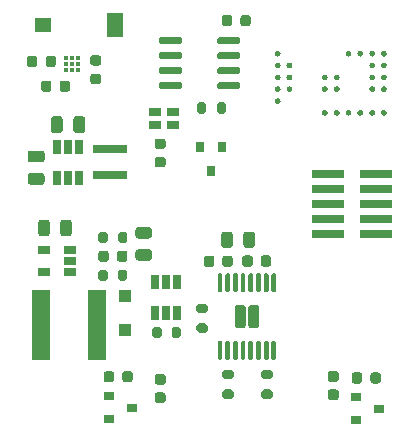
<source format=gbr>
%TF.GenerationSoftware,KiCad,Pcbnew,(5.1.6)-1*%
%TF.CreationDate,2021-10-06T19:04:01+02:00*%
%TF.ProjectId,DotBot,446f7442-6f74-42e6-9b69-6361645f7063,rev?*%
%TF.SameCoordinates,Original*%
%TF.FileFunction,Paste,Top*%
%TF.FilePolarity,Positive*%
%FSLAX46Y46*%
G04 Gerber Fmt 4.6, Leading zero omitted, Abs format (unit mm)*
G04 Created by KiCad (PCBNEW (5.1.6)-1) date 2021-10-06 19:04:01*
%MOMM*%
%LPD*%
G01*
G04 APERTURE LIST*
%ADD10R,2.790000X0.740000*%
%ADD11C,0.400000*%
%ADD12R,1.400000X2.000000*%
%ADD13R,1.400000X1.200000*%
%ADD14R,0.650000X1.220000*%
%ADD15R,2.900000X0.800000*%
%ADD16R,1.060000X0.650000*%
%ADD17R,1.600000X5.900000*%
%ADD18R,1.100000X1.100000*%
%ADD19R,1.000000X0.800000*%
%ADD20R,0.800000X0.900000*%
%ADD21R,0.900000X0.800000*%
G04 APERTURE END LIST*
D10*
%TO.C,J3*%
X106435000Y-64990000D03*
X102365000Y-64990000D03*
X106435000Y-63720000D03*
X102365000Y-63720000D03*
X106435000Y-62450000D03*
X102365000Y-62450000D03*
X106435000Y-61180000D03*
X102365000Y-61180000D03*
X106435000Y-59910000D03*
X102365000Y-59910000D03*
%TD*%
%TO.C,U5*%
G36*
G01*
X101838000Y-52746600D02*
X101838000Y-52746600D01*
G75*
G02*
X102092000Y-52492600I254000J0D01*
G01*
X102092000Y-52492600D01*
G75*
G02*
X102346000Y-52746600I0J-254000D01*
G01*
X102346000Y-52746600D01*
G75*
G02*
X102092000Y-53000600I-254000J0D01*
G01*
X102092000Y-53000600D01*
G75*
G02*
X101838000Y-52746600I0J254000D01*
G01*
G37*
G36*
G01*
X101838000Y-51756000D02*
X101838000Y-51756000D01*
G75*
G02*
X102092000Y-51502000I254000J0D01*
G01*
X102092000Y-51502000D01*
G75*
G02*
X102346000Y-51756000I0J-254000D01*
G01*
X102346000Y-51756000D01*
G75*
G02*
X102092000Y-52010000I-254000J0D01*
G01*
X102092000Y-52010000D01*
G75*
G02*
X101838000Y-51756000I0J254000D01*
G01*
G37*
G36*
G01*
X102854000Y-52746600D02*
X102854000Y-52746600D01*
G75*
G02*
X103108000Y-52492600I254000J0D01*
G01*
X103108000Y-52492600D01*
G75*
G02*
X103362000Y-52746600I0J-254000D01*
G01*
X103362000Y-52746600D01*
G75*
G02*
X103108000Y-53000600I-254000J0D01*
G01*
X103108000Y-53000600D01*
G75*
G02*
X102854000Y-52746600I0J254000D01*
G01*
G37*
G36*
G01*
X102854000Y-51756000D02*
X102854000Y-51756000D01*
G75*
G02*
X103108000Y-51502000I254000J0D01*
G01*
X103108000Y-51502000D01*
G75*
G02*
X103362000Y-51756000I0J-254000D01*
G01*
X103362000Y-51756000D01*
G75*
G02*
X103108000Y-52010000I-254000J0D01*
G01*
X103108000Y-52010000D01*
G75*
G02*
X102854000Y-51756000I0J254000D01*
G01*
G37*
G36*
G01*
X103844600Y-49749400D02*
X103844600Y-49749400D01*
G75*
G02*
X104098600Y-49495400I254000J0D01*
G01*
X104098600Y-49495400D01*
G75*
G02*
X104352600Y-49749400I0J-254000D01*
G01*
X104352600Y-49749400D01*
G75*
G02*
X104098600Y-50003400I-254000J0D01*
G01*
X104098600Y-50003400D01*
G75*
G02*
X103844600Y-49749400I0J254000D01*
G01*
G37*
G36*
G01*
X104835200Y-49749400D02*
X104835200Y-49749400D01*
G75*
G02*
X105089200Y-49495400I254000J0D01*
G01*
X105089200Y-49495400D01*
G75*
G02*
X105343200Y-49749400I0J-254000D01*
G01*
X105343200Y-49749400D01*
G75*
G02*
X105089200Y-50003400I-254000J0D01*
G01*
X105089200Y-50003400D01*
G75*
G02*
X104835200Y-49749400I0J254000D01*
G01*
G37*
G36*
G01*
X105851200Y-49749400D02*
X105851200Y-49749400D01*
G75*
G02*
X106105200Y-49495400I254000J0D01*
G01*
X106105200Y-49495400D01*
G75*
G02*
X106359200Y-49749400I0J-254000D01*
G01*
X106359200Y-49749400D01*
G75*
G02*
X106105200Y-50003400I-254000J0D01*
G01*
X106105200Y-50003400D01*
G75*
G02*
X105851200Y-49749400I0J254000D01*
G01*
G37*
G36*
G01*
X105851200Y-50740000D02*
X105851200Y-50740000D01*
G75*
G02*
X106105200Y-50486000I254000J0D01*
G01*
X106105200Y-50486000D01*
G75*
G02*
X106359200Y-50740000I0J-254000D01*
G01*
X106359200Y-50740000D01*
G75*
G02*
X106105200Y-50994000I-254000J0D01*
G01*
X106105200Y-50994000D01*
G75*
G02*
X105851200Y-50740000I0J254000D01*
G01*
G37*
G36*
G01*
X105851200Y-51756000D02*
X105851200Y-51756000D01*
G75*
G02*
X106105200Y-51502000I254000J0D01*
G01*
X106105200Y-51502000D01*
G75*
G02*
X106359200Y-51756000I0J-254000D01*
G01*
X106359200Y-51756000D01*
G75*
G02*
X106105200Y-52010000I-254000J0D01*
G01*
X106105200Y-52010000D01*
G75*
G02*
X105851200Y-51756000I0J254000D01*
G01*
G37*
G36*
G01*
X105851200Y-52746600D02*
X105851200Y-52746600D01*
G75*
G02*
X106105200Y-52492600I254000J0D01*
G01*
X106105200Y-52492600D01*
G75*
G02*
X106359200Y-52746600I0J-254000D01*
G01*
X106359200Y-52746600D01*
G75*
G02*
X106105200Y-53000600I-254000J0D01*
G01*
X106105200Y-53000600D01*
G75*
G02*
X105851200Y-52746600I0J254000D01*
G01*
G37*
G36*
G01*
X106841800Y-49749400D02*
X106841800Y-49749400D01*
G75*
G02*
X107095800Y-49495400I254000J0D01*
G01*
X107095800Y-49495400D01*
G75*
G02*
X107349800Y-49749400I0J-254000D01*
G01*
X107349800Y-49749400D01*
G75*
G02*
X107095800Y-50003400I-254000J0D01*
G01*
X107095800Y-50003400D01*
G75*
G02*
X106841800Y-49749400I0J254000D01*
G01*
G37*
G36*
G01*
X106841800Y-50740000D02*
X106841800Y-50740000D01*
G75*
G02*
X107095800Y-50486000I254000J0D01*
G01*
X107095800Y-50486000D01*
G75*
G02*
X107349800Y-50740000I0J-254000D01*
G01*
X107349800Y-50740000D01*
G75*
G02*
X107095800Y-50994000I-254000J0D01*
G01*
X107095800Y-50994000D01*
G75*
G02*
X106841800Y-50740000I0J254000D01*
G01*
G37*
G36*
G01*
X106841800Y-51756000D02*
X106841800Y-51756000D01*
G75*
G02*
X107095800Y-51502000I254000J0D01*
G01*
X107095800Y-51502000D01*
G75*
G02*
X107349800Y-51756000I0J-254000D01*
G01*
X107349800Y-51756000D01*
G75*
G02*
X107095800Y-52010000I-254000J0D01*
G01*
X107095800Y-52010000D01*
G75*
G02*
X106841800Y-51756000I0J254000D01*
G01*
G37*
G36*
G01*
X106841800Y-52746600D02*
X106841800Y-52746600D01*
G75*
G02*
X107095800Y-52492600I254000J0D01*
G01*
X107095800Y-52492600D01*
G75*
G02*
X107349800Y-52746600I0J-254000D01*
G01*
X107349800Y-52746600D01*
G75*
G02*
X107095800Y-53000600I-254000J0D01*
G01*
X107095800Y-53000600D01*
G75*
G02*
X106841800Y-52746600I0J254000D01*
G01*
G37*
G36*
G01*
X106841800Y-54753200D02*
X106841800Y-54753200D01*
G75*
G02*
X107095800Y-54499200I254000J0D01*
G01*
X107095800Y-54499200D01*
G75*
G02*
X107349800Y-54753200I0J-254000D01*
G01*
X107349800Y-54753200D01*
G75*
G02*
X107095800Y-55007200I-254000J0D01*
G01*
X107095800Y-55007200D01*
G75*
G02*
X106841800Y-54753200I0J254000D01*
G01*
G37*
G36*
G01*
X105851200Y-54753200D02*
X105851200Y-54753200D01*
G75*
G02*
X106105200Y-54499200I254000J0D01*
G01*
X106105200Y-54499200D01*
G75*
G02*
X106359200Y-54753200I0J-254000D01*
G01*
X106359200Y-54753200D01*
G75*
G02*
X106105200Y-55007200I-254000J0D01*
G01*
X106105200Y-55007200D01*
G75*
G02*
X105851200Y-54753200I0J254000D01*
G01*
G37*
G36*
G01*
X104835200Y-54753200D02*
X104835200Y-54753200D01*
G75*
G02*
X105089200Y-54499200I254000J0D01*
G01*
X105089200Y-54499200D01*
G75*
G02*
X105343200Y-54753200I0J-254000D01*
G01*
X105343200Y-54753200D01*
G75*
G02*
X105089200Y-55007200I-254000J0D01*
G01*
X105089200Y-55007200D01*
G75*
G02*
X104835200Y-54753200I0J254000D01*
G01*
G37*
G36*
G01*
X103844600Y-54753200D02*
X103844600Y-54753200D01*
G75*
G02*
X104098600Y-54499200I254000J0D01*
G01*
X104098600Y-54499200D01*
G75*
G02*
X104352600Y-54753200I0J-254000D01*
G01*
X104352600Y-54753200D01*
G75*
G02*
X104098600Y-55007200I-254000J0D01*
G01*
X104098600Y-55007200D01*
G75*
G02*
X103844600Y-54753200I0J254000D01*
G01*
G37*
G36*
G01*
X102854000Y-54753200D02*
X102854000Y-54753200D01*
G75*
G02*
X103108000Y-54499200I254000J0D01*
G01*
X103108000Y-54499200D01*
G75*
G02*
X103362000Y-54753200I0J-254000D01*
G01*
X103362000Y-54753200D01*
G75*
G02*
X103108000Y-55007200I-254000J0D01*
G01*
X103108000Y-55007200D01*
G75*
G02*
X102854000Y-54753200I0J254000D01*
G01*
G37*
G36*
G01*
X101838000Y-54753200D02*
X101838000Y-54753200D01*
G75*
G02*
X102092000Y-54499200I254000J0D01*
G01*
X102092000Y-54499200D01*
G75*
G02*
X102346000Y-54753200I0J-254000D01*
G01*
X102346000Y-54753200D01*
G75*
G02*
X102092000Y-55007200I-254000J0D01*
G01*
X102092000Y-55007200D01*
G75*
G02*
X101838000Y-54753200I0J254000D01*
G01*
G37*
G36*
G01*
X98840800Y-52746600D02*
X98840800Y-52746600D01*
G75*
G02*
X99094800Y-52492600I254000J0D01*
G01*
X99094800Y-52492600D01*
G75*
G02*
X99348800Y-52746600I0J-254000D01*
G01*
X99348800Y-52746600D01*
G75*
G02*
X99094800Y-53000600I-254000J0D01*
G01*
X99094800Y-53000600D01*
G75*
G02*
X98840800Y-52746600I0J254000D01*
G01*
G37*
G36*
G01*
X98840800Y-51756000D02*
X98840800Y-51756000D01*
G75*
G02*
X99094800Y-51502000I254000J0D01*
G01*
X99094800Y-51502000D01*
G75*
G02*
X99348800Y-51756000I0J-254000D01*
G01*
X99348800Y-51756000D01*
G75*
G02*
X99094800Y-52010000I-254000J0D01*
G01*
X99094800Y-52010000D01*
G75*
G02*
X98840800Y-51756000I0J254000D01*
G01*
G37*
G36*
G01*
X98840800Y-50740000D02*
X98840800Y-50740000D01*
G75*
G02*
X99094800Y-50486000I254000J0D01*
G01*
X99094800Y-50486000D01*
G75*
G02*
X99348800Y-50740000I0J-254000D01*
G01*
X99348800Y-50740000D01*
G75*
G02*
X99094800Y-50994000I-254000J0D01*
G01*
X99094800Y-50994000D01*
G75*
G02*
X98840800Y-50740000I0J254000D01*
G01*
G37*
G36*
G01*
X97850200Y-53762600D02*
X97850200Y-53762600D01*
G75*
G02*
X98104200Y-53508600I254000J0D01*
G01*
X98104200Y-53508600D01*
G75*
G02*
X98358200Y-53762600I0J-254000D01*
G01*
X98358200Y-53762600D01*
G75*
G02*
X98104200Y-54016600I-254000J0D01*
G01*
X98104200Y-54016600D01*
G75*
G02*
X97850200Y-53762600I0J254000D01*
G01*
G37*
G36*
G01*
X97850200Y-52746600D02*
X97850200Y-52746600D01*
G75*
G02*
X98104200Y-52492600I254000J0D01*
G01*
X98104200Y-52492600D01*
G75*
G02*
X98358200Y-52746600I0J-254000D01*
G01*
X98358200Y-52746600D01*
G75*
G02*
X98104200Y-53000600I-254000J0D01*
G01*
X98104200Y-53000600D01*
G75*
G02*
X97850200Y-52746600I0J254000D01*
G01*
G37*
G36*
G01*
X97850200Y-51756000D02*
X97850200Y-51756000D01*
G75*
G02*
X98104200Y-51502000I254000J0D01*
G01*
X98104200Y-51502000D01*
G75*
G02*
X98358200Y-51756000I0J-254000D01*
G01*
X98358200Y-51756000D01*
G75*
G02*
X98104200Y-52010000I-254000J0D01*
G01*
X98104200Y-52010000D01*
G75*
G02*
X97850200Y-51756000I0J254000D01*
G01*
G37*
G36*
G01*
X97850200Y-50740000D02*
X97850200Y-50740000D01*
G75*
G02*
X98104200Y-50486000I254000J0D01*
G01*
X98104200Y-50486000D01*
G75*
G02*
X98358200Y-50740000I0J-254000D01*
G01*
X98358200Y-50740000D01*
G75*
G02*
X98104200Y-50994000I-254000J0D01*
G01*
X98104200Y-50994000D01*
G75*
G02*
X97850200Y-50740000I0J254000D01*
G01*
G37*
G36*
G01*
X97850200Y-49749400D02*
X97850200Y-49749400D01*
G75*
G02*
X98104200Y-49495400I254000J0D01*
G01*
X98104200Y-49495400D01*
G75*
G02*
X98358200Y-49749400I0J-254000D01*
G01*
X98358200Y-49749400D01*
G75*
G02*
X98104200Y-50003400I-254000J0D01*
G01*
X98104200Y-50003400D01*
G75*
G02*
X97850200Y-49749400I0J254000D01*
G01*
G37*
%TD*%
D11*
%TO.C,U4*%
X81212000Y-51120000D03*
X80712000Y-51120000D03*
X80212000Y-51120000D03*
X80212000Y-50620000D03*
X81212000Y-50620000D03*
X81212000Y-50120000D03*
X80212000Y-50120000D03*
X80712000Y-50120000D03*
X80712000Y-50620000D03*
%TD*%
D12*
%TO.C,D1*%
X84300000Y-47300000D03*
D13*
X78200000Y-47300000D03*
%TD*%
D14*
%TO.C,U6*%
X81300000Y-60260000D03*
X80350000Y-60260000D03*
X79400000Y-60260000D03*
X79400000Y-57640000D03*
X80350000Y-57640000D03*
X81300000Y-57640000D03*
%TD*%
%TO.C,R8*%
G36*
G01*
X89125000Y-73625000D02*
X89125000Y-73075000D01*
G75*
G02*
X89325000Y-72875000I200000J0D01*
G01*
X89725000Y-72875000D01*
G75*
G02*
X89925000Y-73075000I0J-200000D01*
G01*
X89925000Y-73625000D01*
G75*
G02*
X89725000Y-73825000I-200000J0D01*
G01*
X89325000Y-73825000D01*
G75*
G02*
X89125000Y-73625000I0J200000D01*
G01*
G37*
G36*
G01*
X87475000Y-73625000D02*
X87475000Y-73075000D01*
G75*
G02*
X87675000Y-72875000I200000J0D01*
G01*
X88075000Y-72875000D01*
G75*
G02*
X88275000Y-73075000I0J-200000D01*
G01*
X88275000Y-73625000D01*
G75*
G02*
X88075000Y-73825000I-200000J0D01*
G01*
X87675000Y-73825000D01*
G75*
G02*
X87475000Y-73625000I0J200000D01*
G01*
G37*
%TD*%
%TO.C,Q1*%
X89600000Y-71710000D03*
X88650000Y-71710000D03*
X87700000Y-71710000D03*
X87700000Y-69090000D03*
X88650000Y-69090000D03*
X89600000Y-69090000D03*
%TD*%
D15*
%TO.C,L2*%
X83900000Y-57850000D03*
X83900000Y-60050000D03*
%TD*%
%TO.C,C16*%
G36*
G01*
X103050000Y-77525000D02*
X102550000Y-77525000D01*
G75*
G02*
X102325000Y-77300000I0J225000D01*
G01*
X102325000Y-76850000D01*
G75*
G02*
X102550000Y-76625000I225000J0D01*
G01*
X103050000Y-76625000D01*
G75*
G02*
X103275000Y-76850000I0J-225000D01*
G01*
X103275000Y-77300000D01*
G75*
G02*
X103050000Y-77525000I-225000J0D01*
G01*
G37*
G36*
G01*
X103050000Y-79075000D02*
X102550000Y-79075000D01*
G75*
G02*
X102325000Y-78850000I0J225000D01*
G01*
X102325000Y-78400000D01*
G75*
G02*
X102550000Y-78175000I225000J0D01*
G01*
X103050000Y-78175000D01*
G75*
G02*
X103275000Y-78400000I0J-225000D01*
G01*
X103275000Y-78850000D01*
G75*
G02*
X103050000Y-79075000I-225000J0D01*
G01*
G37*
%TD*%
%TO.C,C15*%
G36*
G01*
X88400000Y-77775000D02*
X87900000Y-77775000D01*
G75*
G02*
X87675000Y-77550000I0J225000D01*
G01*
X87675000Y-77100000D01*
G75*
G02*
X87900000Y-76875000I225000J0D01*
G01*
X88400000Y-76875000D01*
G75*
G02*
X88625000Y-77100000I0J-225000D01*
G01*
X88625000Y-77550000D01*
G75*
G02*
X88400000Y-77775000I-225000J0D01*
G01*
G37*
G36*
G01*
X88400000Y-79325000D02*
X87900000Y-79325000D01*
G75*
G02*
X87675000Y-79100000I0J225000D01*
G01*
X87675000Y-78650000D01*
G75*
G02*
X87900000Y-78425000I225000J0D01*
G01*
X88400000Y-78425000D01*
G75*
G02*
X88625000Y-78650000I0J-225000D01*
G01*
X88625000Y-79100000D01*
G75*
G02*
X88400000Y-79325000I-225000J0D01*
G01*
G37*
%TD*%
%TO.C,C12*%
G36*
G01*
X78125000Y-58950000D02*
X77175000Y-58950000D01*
G75*
G02*
X76925000Y-58700000I0J250000D01*
G01*
X76925000Y-58200000D01*
G75*
G02*
X77175000Y-57950000I250000J0D01*
G01*
X78125000Y-57950000D01*
G75*
G02*
X78375000Y-58200000I0J-250000D01*
G01*
X78375000Y-58700000D01*
G75*
G02*
X78125000Y-58950000I-250000J0D01*
G01*
G37*
G36*
G01*
X78125000Y-60850000D02*
X77175000Y-60850000D01*
G75*
G02*
X76925000Y-60600000I0J250000D01*
G01*
X76925000Y-60100000D01*
G75*
G02*
X77175000Y-59850000I250000J0D01*
G01*
X78125000Y-59850000D01*
G75*
G02*
X78375000Y-60100000I0J-250000D01*
G01*
X78375000Y-60600000D01*
G75*
G02*
X78125000Y-60850000I-250000J0D01*
G01*
G37*
%TD*%
%TO.C,C11*%
G36*
G01*
X80800000Y-56225000D02*
X80800000Y-55275000D01*
G75*
G02*
X81050000Y-55025000I250000J0D01*
G01*
X81550000Y-55025000D01*
G75*
G02*
X81800000Y-55275000I0J-250000D01*
G01*
X81800000Y-56225000D01*
G75*
G02*
X81550000Y-56475000I-250000J0D01*
G01*
X81050000Y-56475000D01*
G75*
G02*
X80800000Y-56225000I0J250000D01*
G01*
G37*
G36*
G01*
X78900000Y-56225000D02*
X78900000Y-55275000D01*
G75*
G02*
X79150000Y-55025000I250000J0D01*
G01*
X79650000Y-55025000D01*
G75*
G02*
X79900000Y-55275000I0J-250000D01*
G01*
X79900000Y-56225000D01*
G75*
G02*
X79650000Y-56475000I-250000J0D01*
G01*
X79150000Y-56475000D01*
G75*
G02*
X78900000Y-56225000I0J250000D01*
G01*
G37*
%TD*%
%TO.C,R2*%
G36*
G01*
X79650000Y-52756250D02*
X79650000Y-52243750D01*
G75*
G02*
X79868750Y-52025000I218750J0D01*
G01*
X80306250Y-52025000D01*
G75*
G02*
X80525000Y-52243750I0J-218750D01*
G01*
X80525000Y-52756250D01*
G75*
G02*
X80306250Y-52975000I-218750J0D01*
G01*
X79868750Y-52975000D01*
G75*
G02*
X79650000Y-52756250I0J218750D01*
G01*
G37*
G36*
G01*
X78075000Y-52756250D02*
X78075000Y-52243750D01*
G75*
G02*
X78293750Y-52025000I218750J0D01*
G01*
X78731250Y-52025000D01*
G75*
G02*
X78950000Y-52243750I0J-218750D01*
G01*
X78950000Y-52756250D01*
G75*
G02*
X78731250Y-52975000I-218750J0D01*
G01*
X78293750Y-52975000D01*
G75*
G02*
X78075000Y-52756250I0J218750D01*
G01*
G37*
%TD*%
%TO.C,C2*%
G36*
G01*
X78450000Y-50656250D02*
X78450000Y-50143750D01*
G75*
G02*
X78668750Y-49925000I218750J0D01*
G01*
X79106250Y-49925000D01*
G75*
G02*
X79325000Y-50143750I0J-218750D01*
G01*
X79325000Y-50656250D01*
G75*
G02*
X79106250Y-50875000I-218750J0D01*
G01*
X78668750Y-50875000D01*
G75*
G02*
X78450000Y-50656250I0J218750D01*
G01*
G37*
G36*
G01*
X76875000Y-50656250D02*
X76875000Y-50143750D01*
G75*
G02*
X77093750Y-49925000I218750J0D01*
G01*
X77531250Y-49925000D01*
G75*
G02*
X77750000Y-50143750I0J-218750D01*
G01*
X77750000Y-50656250D01*
G75*
G02*
X77531250Y-50875000I-218750J0D01*
G01*
X77093750Y-50875000D01*
G75*
G02*
X76875000Y-50656250I0J218750D01*
G01*
G37*
%TD*%
%TO.C,C1*%
G36*
G01*
X82443750Y-51450000D02*
X82956250Y-51450000D01*
G75*
G02*
X83175000Y-51668750I0J-218750D01*
G01*
X83175000Y-52106250D01*
G75*
G02*
X82956250Y-52325000I-218750J0D01*
G01*
X82443750Y-52325000D01*
G75*
G02*
X82225000Y-52106250I0J218750D01*
G01*
X82225000Y-51668750D01*
G75*
G02*
X82443750Y-51450000I218750J0D01*
G01*
G37*
G36*
G01*
X82443750Y-49875000D02*
X82956250Y-49875000D01*
G75*
G02*
X83175000Y-50093750I0J-218750D01*
G01*
X83175000Y-50531250D01*
G75*
G02*
X82956250Y-50750000I-218750J0D01*
G01*
X82443750Y-50750000D01*
G75*
G02*
X82225000Y-50531250I0J218750D01*
G01*
X82225000Y-50093750D01*
G75*
G02*
X82443750Y-49875000I218750J0D01*
G01*
G37*
%TD*%
%TO.C,C14*%
G36*
G01*
X87206250Y-65400000D02*
X86293750Y-65400000D01*
G75*
G02*
X86050000Y-65156250I0J243750D01*
G01*
X86050000Y-64668750D01*
G75*
G02*
X86293750Y-64425000I243750J0D01*
G01*
X87206250Y-64425000D01*
G75*
G02*
X87450000Y-64668750I0J-243750D01*
G01*
X87450000Y-65156250D01*
G75*
G02*
X87206250Y-65400000I-243750J0D01*
G01*
G37*
G36*
G01*
X87206250Y-67275000D02*
X86293750Y-67275000D01*
G75*
G02*
X86050000Y-67031250I0J243750D01*
G01*
X86050000Y-66543750D01*
G75*
G02*
X86293750Y-66300000I243750J0D01*
G01*
X87206250Y-66300000D01*
G75*
G02*
X87450000Y-66543750I0J-243750D01*
G01*
X87450000Y-67031250D01*
G75*
G02*
X87206250Y-67275000I-243750J0D01*
G01*
G37*
%TD*%
%TO.C,C10*%
G36*
G01*
X79700000Y-64956250D02*
X79700000Y-64043750D01*
G75*
G02*
X79943750Y-63800000I243750J0D01*
G01*
X80431250Y-63800000D01*
G75*
G02*
X80675000Y-64043750I0J-243750D01*
G01*
X80675000Y-64956250D01*
G75*
G02*
X80431250Y-65200000I-243750J0D01*
G01*
X79943750Y-65200000D01*
G75*
G02*
X79700000Y-64956250I0J243750D01*
G01*
G37*
G36*
G01*
X77825000Y-64956250D02*
X77825000Y-64043750D01*
G75*
G02*
X78068750Y-63800000I243750J0D01*
G01*
X78556250Y-63800000D01*
G75*
G02*
X78800000Y-64043750I0J-243750D01*
G01*
X78800000Y-64956250D01*
G75*
G02*
X78556250Y-65200000I-243750J0D01*
G01*
X78068750Y-65200000D01*
G75*
G02*
X77825000Y-64956250I0J243750D01*
G01*
G37*
%TD*%
%TO.C,C5*%
G36*
G01*
X94300000Y-65043750D02*
X94300000Y-65956250D01*
G75*
G02*
X94056250Y-66200000I-243750J0D01*
G01*
X93568750Y-66200000D01*
G75*
G02*
X93325000Y-65956250I0J243750D01*
G01*
X93325000Y-65043750D01*
G75*
G02*
X93568750Y-64800000I243750J0D01*
G01*
X94056250Y-64800000D01*
G75*
G02*
X94300000Y-65043750I0J-243750D01*
G01*
G37*
G36*
G01*
X96175000Y-65043750D02*
X96175000Y-65956250D01*
G75*
G02*
X95931250Y-66200000I-243750J0D01*
G01*
X95443750Y-66200000D01*
G75*
G02*
X95200000Y-65956250I0J243750D01*
G01*
X95200000Y-65043750D01*
G75*
G02*
X95443750Y-64800000I243750J0D01*
G01*
X95931250Y-64800000D01*
G75*
G02*
X96175000Y-65043750I0J-243750D01*
G01*
G37*
%TD*%
D16*
%TO.C,U8*%
X78350000Y-68250000D03*
X78350000Y-66350000D03*
X80550000Y-66350000D03*
X80550000Y-67300000D03*
X80550000Y-68250000D03*
%TD*%
%TO.C,U7*%
G36*
G01*
X88050000Y-48795000D02*
X88050000Y-48495000D01*
G75*
G02*
X88200000Y-48345000I150000J0D01*
G01*
X89850000Y-48345000D01*
G75*
G02*
X90000000Y-48495000I0J-150000D01*
G01*
X90000000Y-48795000D01*
G75*
G02*
X89850000Y-48945000I-150000J0D01*
G01*
X88200000Y-48945000D01*
G75*
G02*
X88050000Y-48795000I0J150000D01*
G01*
G37*
G36*
G01*
X88050000Y-50065000D02*
X88050000Y-49765000D01*
G75*
G02*
X88200000Y-49615000I150000J0D01*
G01*
X89850000Y-49615000D01*
G75*
G02*
X90000000Y-49765000I0J-150000D01*
G01*
X90000000Y-50065000D01*
G75*
G02*
X89850000Y-50215000I-150000J0D01*
G01*
X88200000Y-50215000D01*
G75*
G02*
X88050000Y-50065000I0J150000D01*
G01*
G37*
G36*
G01*
X88050000Y-51335000D02*
X88050000Y-51035000D01*
G75*
G02*
X88200000Y-50885000I150000J0D01*
G01*
X89850000Y-50885000D01*
G75*
G02*
X90000000Y-51035000I0J-150000D01*
G01*
X90000000Y-51335000D01*
G75*
G02*
X89850000Y-51485000I-150000J0D01*
G01*
X88200000Y-51485000D01*
G75*
G02*
X88050000Y-51335000I0J150000D01*
G01*
G37*
G36*
G01*
X88050000Y-52605000D02*
X88050000Y-52305000D01*
G75*
G02*
X88200000Y-52155000I150000J0D01*
G01*
X89850000Y-52155000D01*
G75*
G02*
X90000000Y-52305000I0J-150000D01*
G01*
X90000000Y-52605000D01*
G75*
G02*
X89850000Y-52755000I-150000J0D01*
G01*
X88200000Y-52755000D01*
G75*
G02*
X88050000Y-52605000I0J150000D01*
G01*
G37*
G36*
G01*
X93000000Y-52605000D02*
X93000000Y-52305000D01*
G75*
G02*
X93150000Y-52155000I150000J0D01*
G01*
X94800000Y-52155000D01*
G75*
G02*
X94950000Y-52305000I0J-150000D01*
G01*
X94950000Y-52605000D01*
G75*
G02*
X94800000Y-52755000I-150000J0D01*
G01*
X93150000Y-52755000D01*
G75*
G02*
X93000000Y-52605000I0J150000D01*
G01*
G37*
G36*
G01*
X93000000Y-51335000D02*
X93000000Y-51035000D01*
G75*
G02*
X93150000Y-50885000I150000J0D01*
G01*
X94800000Y-50885000D01*
G75*
G02*
X94950000Y-51035000I0J-150000D01*
G01*
X94950000Y-51335000D01*
G75*
G02*
X94800000Y-51485000I-150000J0D01*
G01*
X93150000Y-51485000D01*
G75*
G02*
X93000000Y-51335000I0J150000D01*
G01*
G37*
G36*
G01*
X93000000Y-50065000D02*
X93000000Y-49765000D01*
G75*
G02*
X93150000Y-49615000I150000J0D01*
G01*
X94800000Y-49615000D01*
G75*
G02*
X94950000Y-49765000I0J-150000D01*
G01*
X94950000Y-50065000D01*
G75*
G02*
X94800000Y-50215000I-150000J0D01*
G01*
X93150000Y-50215000D01*
G75*
G02*
X93000000Y-50065000I0J150000D01*
G01*
G37*
G36*
G01*
X93000000Y-48795000D02*
X93000000Y-48495000D01*
G75*
G02*
X93150000Y-48345000I150000J0D01*
G01*
X94800000Y-48345000D01*
G75*
G02*
X94950000Y-48495000I0J-150000D01*
G01*
X94950000Y-48795000D01*
G75*
G02*
X94800000Y-48945000I-150000J0D01*
G01*
X93150000Y-48945000D01*
G75*
G02*
X93000000Y-48795000I0J150000D01*
G01*
G37*
%TD*%
D17*
%TO.C,L1*%
X82800000Y-72700000D03*
X78100000Y-72700000D03*
%TD*%
D18*
%TO.C,D3*%
X85150000Y-73100000D03*
X85150000Y-70300000D03*
%TD*%
D19*
%TO.C,D2*%
X89250000Y-54700000D03*
X87750000Y-54700000D03*
X87750000Y-55800000D03*
X89250000Y-55800000D03*
%TD*%
%TO.C,C13*%
G36*
G01*
X83800000Y-66643750D02*
X83800000Y-67156250D01*
G75*
G02*
X83581250Y-67375000I-218750J0D01*
G01*
X83143750Y-67375000D01*
G75*
G02*
X82925000Y-67156250I0J218750D01*
G01*
X82925000Y-66643750D01*
G75*
G02*
X83143750Y-66425000I218750J0D01*
G01*
X83581250Y-66425000D01*
G75*
G02*
X83800000Y-66643750I0J-218750D01*
G01*
G37*
G36*
G01*
X85375000Y-66643750D02*
X85375000Y-67156250D01*
G75*
G02*
X85156250Y-67375000I-218750J0D01*
G01*
X84718750Y-67375000D01*
G75*
G02*
X84500000Y-67156250I0J218750D01*
G01*
X84500000Y-66643750D01*
G75*
G02*
X84718750Y-66425000I218750J0D01*
G01*
X85156250Y-66425000D01*
G75*
G02*
X85375000Y-66643750I0J-218750D01*
G01*
G37*
%TD*%
%TO.C,C9*%
G36*
G01*
X87893750Y-58500000D02*
X88406250Y-58500000D01*
G75*
G02*
X88625000Y-58718750I0J-218750D01*
G01*
X88625000Y-59156250D01*
G75*
G02*
X88406250Y-59375000I-218750J0D01*
G01*
X87893750Y-59375000D01*
G75*
G02*
X87675000Y-59156250I0J218750D01*
G01*
X87675000Y-58718750D01*
G75*
G02*
X87893750Y-58500000I218750J0D01*
G01*
G37*
G36*
G01*
X87893750Y-56925000D02*
X88406250Y-56925000D01*
G75*
G02*
X88625000Y-57143750I0J-218750D01*
G01*
X88625000Y-57581250D01*
G75*
G02*
X88406250Y-57800000I-218750J0D01*
G01*
X87893750Y-57800000D01*
G75*
G02*
X87675000Y-57581250I0J218750D01*
G01*
X87675000Y-57143750D01*
G75*
G02*
X87893750Y-56925000I218750J0D01*
G01*
G37*
%TD*%
%TO.C,C8*%
G36*
G01*
X94250000Y-46693750D02*
X94250000Y-47206250D01*
G75*
G02*
X94031250Y-47425000I-218750J0D01*
G01*
X93593750Y-47425000D01*
G75*
G02*
X93375000Y-47206250I0J218750D01*
G01*
X93375000Y-46693750D01*
G75*
G02*
X93593750Y-46475000I218750J0D01*
G01*
X94031250Y-46475000D01*
G75*
G02*
X94250000Y-46693750I0J-218750D01*
G01*
G37*
G36*
G01*
X95825000Y-46693750D02*
X95825000Y-47206250D01*
G75*
G02*
X95606250Y-47425000I-218750J0D01*
G01*
X95168750Y-47425000D01*
G75*
G02*
X94950000Y-47206250I0J218750D01*
G01*
X94950000Y-46693750D01*
G75*
G02*
X95168750Y-46475000I218750J0D01*
G01*
X95606250Y-46475000D01*
G75*
G02*
X95825000Y-46693750I0J-218750D01*
G01*
G37*
%TD*%
%TO.C,C4*%
G36*
G01*
X105950000Y-77456250D02*
X105950000Y-76943750D01*
G75*
G02*
X106168750Y-76725000I218750J0D01*
G01*
X106606250Y-76725000D01*
G75*
G02*
X106825000Y-76943750I0J-218750D01*
G01*
X106825000Y-77456250D01*
G75*
G02*
X106606250Y-77675000I-218750J0D01*
G01*
X106168750Y-77675000D01*
G75*
G02*
X105950000Y-77456250I0J218750D01*
G01*
G37*
G36*
G01*
X104375000Y-77456250D02*
X104375000Y-76943750D01*
G75*
G02*
X104593750Y-76725000I218750J0D01*
G01*
X105031250Y-76725000D01*
G75*
G02*
X105250000Y-76943750I0J-218750D01*
G01*
X105250000Y-77456250D01*
G75*
G02*
X105031250Y-77675000I-218750J0D01*
G01*
X104593750Y-77675000D01*
G75*
G02*
X104375000Y-77456250I0J218750D01*
G01*
G37*
%TD*%
%TO.C,C3*%
G36*
G01*
X84950000Y-77356250D02*
X84950000Y-76843750D01*
G75*
G02*
X85168750Y-76625000I218750J0D01*
G01*
X85606250Y-76625000D01*
G75*
G02*
X85825000Y-76843750I0J-218750D01*
G01*
X85825000Y-77356250D01*
G75*
G02*
X85606250Y-77575000I-218750J0D01*
G01*
X85168750Y-77575000D01*
G75*
G02*
X84950000Y-77356250I0J218750D01*
G01*
G37*
G36*
G01*
X83375000Y-77356250D02*
X83375000Y-76843750D01*
G75*
G02*
X83593750Y-76625000I218750J0D01*
G01*
X84031250Y-76625000D01*
G75*
G02*
X84250000Y-76843750I0J-218750D01*
G01*
X84250000Y-77356250D01*
G75*
G02*
X84031250Y-77575000I-218750J0D01*
G01*
X83593750Y-77575000D01*
G75*
G02*
X83375000Y-77356250I0J218750D01*
G01*
G37*
%TD*%
%TO.C,C7*%
G36*
G01*
X95100000Y-67550000D02*
X95100000Y-67050000D01*
G75*
G02*
X95325000Y-66825000I225000J0D01*
G01*
X95775000Y-66825000D01*
G75*
G02*
X96000000Y-67050000I0J-225000D01*
G01*
X96000000Y-67550000D01*
G75*
G02*
X95775000Y-67775000I-225000J0D01*
G01*
X95325000Y-67775000D01*
G75*
G02*
X95100000Y-67550000I0J225000D01*
G01*
G37*
G36*
G01*
X96650000Y-67550000D02*
X96650000Y-67050000D01*
G75*
G02*
X96875000Y-66825000I225000J0D01*
G01*
X97325000Y-66825000D01*
G75*
G02*
X97550000Y-67050000I0J-225000D01*
G01*
X97550000Y-67550000D01*
G75*
G02*
X97325000Y-67775000I-225000J0D01*
G01*
X96875000Y-67775000D01*
G75*
G02*
X96650000Y-67550000I0J225000D01*
G01*
G37*
%TD*%
%TO.C,C6*%
G36*
G01*
X92750000Y-67075000D02*
X92750000Y-67575000D01*
G75*
G02*
X92525000Y-67800000I-225000J0D01*
G01*
X92075000Y-67800000D01*
G75*
G02*
X91850000Y-67575000I0J225000D01*
G01*
X91850000Y-67075000D01*
G75*
G02*
X92075000Y-66850000I225000J0D01*
G01*
X92525000Y-66850000D01*
G75*
G02*
X92750000Y-67075000I0J-225000D01*
G01*
G37*
G36*
G01*
X94300000Y-67075000D02*
X94300000Y-67575000D01*
G75*
G02*
X94075000Y-67800000I-225000J0D01*
G01*
X93625000Y-67800000D01*
G75*
G02*
X93400000Y-67575000I0J225000D01*
G01*
X93400000Y-67075000D01*
G75*
G02*
X93625000Y-66850000I225000J0D01*
G01*
X94075000Y-66850000D01*
G75*
G02*
X94300000Y-67075000I0J-225000D01*
G01*
G37*
%TD*%
D20*
%TO.C,Q4*%
X93400000Y-57650000D03*
X91500000Y-57650000D03*
X92450000Y-59650000D03*
%TD*%
%TO.C,R1*%
G36*
G01*
X91975000Y-71725000D02*
X91425000Y-71725000D01*
G75*
G02*
X91225000Y-71525000I0J200000D01*
G01*
X91225000Y-71125000D01*
G75*
G02*
X91425000Y-70925000I200000J0D01*
G01*
X91975000Y-70925000D01*
G75*
G02*
X92175000Y-71125000I0J-200000D01*
G01*
X92175000Y-71525000D01*
G75*
G02*
X91975000Y-71725000I-200000J0D01*
G01*
G37*
G36*
G01*
X91975000Y-73375000D02*
X91425000Y-73375000D01*
G75*
G02*
X91225000Y-73175000I0J200000D01*
G01*
X91225000Y-72775000D01*
G75*
G02*
X91425000Y-72575000I200000J0D01*
G01*
X91975000Y-72575000D01*
G75*
G02*
X92175000Y-72775000I0J-200000D01*
G01*
X92175000Y-73175000D01*
G75*
G02*
X91975000Y-73375000I-200000J0D01*
G01*
G37*
%TD*%
%TO.C,R3*%
G36*
G01*
X97475000Y-78975000D02*
X96925000Y-78975000D01*
G75*
G02*
X96725000Y-78775000I0J200000D01*
G01*
X96725000Y-78375000D01*
G75*
G02*
X96925000Y-78175000I200000J0D01*
G01*
X97475000Y-78175000D01*
G75*
G02*
X97675000Y-78375000I0J-200000D01*
G01*
X97675000Y-78775000D01*
G75*
G02*
X97475000Y-78975000I-200000J0D01*
G01*
G37*
G36*
G01*
X97475000Y-77325000D02*
X96925000Y-77325000D01*
G75*
G02*
X96725000Y-77125000I0J200000D01*
G01*
X96725000Y-76725000D01*
G75*
G02*
X96925000Y-76525000I200000J0D01*
G01*
X97475000Y-76525000D01*
G75*
G02*
X97675000Y-76725000I0J-200000D01*
G01*
X97675000Y-77125000D01*
G75*
G02*
X97475000Y-77325000I-200000J0D01*
G01*
G37*
%TD*%
%TO.C,R4*%
G36*
G01*
X94175000Y-77325000D02*
X93625000Y-77325000D01*
G75*
G02*
X93425000Y-77125000I0J200000D01*
G01*
X93425000Y-76725000D01*
G75*
G02*
X93625000Y-76525000I200000J0D01*
G01*
X94175000Y-76525000D01*
G75*
G02*
X94375000Y-76725000I0J-200000D01*
G01*
X94375000Y-77125000D01*
G75*
G02*
X94175000Y-77325000I-200000J0D01*
G01*
G37*
G36*
G01*
X94175000Y-78975000D02*
X93625000Y-78975000D01*
G75*
G02*
X93425000Y-78775000I0J200000D01*
G01*
X93425000Y-78375000D01*
G75*
G02*
X93625000Y-78175000I200000J0D01*
G01*
X94175000Y-78175000D01*
G75*
G02*
X94375000Y-78375000I0J-200000D01*
G01*
X94375000Y-78775000D01*
G75*
G02*
X94175000Y-78975000I-200000J0D01*
G01*
G37*
%TD*%
%TO.C,R5*%
G36*
G01*
X91275000Y-54625000D02*
X91275000Y-54075000D01*
G75*
G02*
X91475000Y-53875000I200000J0D01*
G01*
X91875000Y-53875000D01*
G75*
G02*
X92075000Y-54075000I0J-200000D01*
G01*
X92075000Y-54625000D01*
G75*
G02*
X91875000Y-54825000I-200000J0D01*
G01*
X91475000Y-54825000D01*
G75*
G02*
X91275000Y-54625000I0J200000D01*
G01*
G37*
G36*
G01*
X92925000Y-54625000D02*
X92925000Y-54075000D01*
G75*
G02*
X93125000Y-53875000I200000J0D01*
G01*
X93525000Y-53875000D01*
G75*
G02*
X93725000Y-54075000I0J-200000D01*
G01*
X93725000Y-54625000D01*
G75*
G02*
X93525000Y-54825000I-200000J0D01*
G01*
X93125000Y-54825000D01*
G75*
G02*
X92925000Y-54625000I0J200000D01*
G01*
G37*
%TD*%
%TO.C,R6*%
G36*
G01*
X85375000Y-68225000D02*
X85375000Y-68775000D01*
G75*
G02*
X85175000Y-68975000I-200000J0D01*
G01*
X84775000Y-68975000D01*
G75*
G02*
X84575000Y-68775000I0J200000D01*
G01*
X84575000Y-68225000D01*
G75*
G02*
X84775000Y-68025000I200000J0D01*
G01*
X85175000Y-68025000D01*
G75*
G02*
X85375000Y-68225000I0J-200000D01*
G01*
G37*
G36*
G01*
X83725000Y-68225000D02*
X83725000Y-68775000D01*
G75*
G02*
X83525000Y-68975000I-200000J0D01*
G01*
X83125000Y-68975000D01*
G75*
G02*
X82925000Y-68775000I0J200000D01*
G01*
X82925000Y-68225000D01*
G75*
G02*
X83125000Y-68025000I200000J0D01*
G01*
X83525000Y-68025000D01*
G75*
G02*
X83725000Y-68225000I0J-200000D01*
G01*
G37*
%TD*%
%TO.C,R7*%
G36*
G01*
X84575000Y-65575000D02*
X84575000Y-65025000D01*
G75*
G02*
X84775000Y-64825000I200000J0D01*
G01*
X85175000Y-64825000D01*
G75*
G02*
X85375000Y-65025000I0J-200000D01*
G01*
X85375000Y-65575000D01*
G75*
G02*
X85175000Y-65775000I-200000J0D01*
G01*
X84775000Y-65775000D01*
G75*
G02*
X84575000Y-65575000I0J200000D01*
G01*
G37*
G36*
G01*
X82925000Y-65575000D02*
X82925000Y-65025000D01*
G75*
G02*
X83125000Y-64825000I200000J0D01*
G01*
X83525000Y-64825000D01*
G75*
G02*
X83725000Y-65025000I0J-200000D01*
G01*
X83725000Y-65575000D01*
G75*
G02*
X83525000Y-65775000I-200000J0D01*
G01*
X83125000Y-65775000D01*
G75*
G02*
X82925000Y-65575000I0J200000D01*
G01*
G37*
%TD*%
D21*
%TO.C,U1*%
X85800000Y-79700000D03*
X83800000Y-80650000D03*
X83800000Y-78750000D03*
%TD*%
%TO.C,U2*%
X106700000Y-79800000D03*
X104700000Y-80750000D03*
X104700000Y-78850000D03*
%TD*%
%TO.C,U3*%
G36*
G01*
X96312500Y-72990000D02*
X95847500Y-72990000D01*
G75*
G02*
X95615000Y-72757500I0J232500D01*
G01*
X95615000Y-71242500D01*
G75*
G02*
X95847500Y-71010000I232500J0D01*
G01*
X96312500Y-71010000D01*
G75*
G02*
X96545000Y-71242500I0J-232500D01*
G01*
X96545000Y-72757500D01*
G75*
G02*
X96312500Y-72990000I-232500J0D01*
G01*
G37*
G36*
G01*
X95152500Y-72990000D02*
X94687500Y-72990000D01*
G75*
G02*
X94455000Y-72757500I0J232500D01*
G01*
X94455000Y-71242500D01*
G75*
G02*
X94687500Y-71010000I232500J0D01*
G01*
X95152500Y-71010000D01*
G75*
G02*
X95385000Y-71242500I0J-232500D01*
G01*
X95385000Y-72757500D01*
G75*
G02*
X95152500Y-72990000I-232500J0D01*
G01*
G37*
G36*
G01*
X93325000Y-69925000D02*
X93125000Y-69925000D01*
G75*
G02*
X93025000Y-69825000I0J100000D01*
G01*
X93025000Y-68450000D01*
G75*
G02*
X93125000Y-68350000I100000J0D01*
G01*
X93325000Y-68350000D01*
G75*
G02*
X93425000Y-68450000I0J-100000D01*
G01*
X93425000Y-69825000D01*
G75*
G02*
X93325000Y-69925000I-100000J0D01*
G01*
G37*
G36*
G01*
X93975000Y-69925000D02*
X93775000Y-69925000D01*
G75*
G02*
X93675000Y-69825000I0J100000D01*
G01*
X93675000Y-68450000D01*
G75*
G02*
X93775000Y-68350000I100000J0D01*
G01*
X93975000Y-68350000D01*
G75*
G02*
X94075000Y-68450000I0J-100000D01*
G01*
X94075000Y-69825000D01*
G75*
G02*
X93975000Y-69925000I-100000J0D01*
G01*
G37*
G36*
G01*
X94625000Y-69925000D02*
X94425000Y-69925000D01*
G75*
G02*
X94325000Y-69825000I0J100000D01*
G01*
X94325000Y-68450000D01*
G75*
G02*
X94425000Y-68350000I100000J0D01*
G01*
X94625000Y-68350000D01*
G75*
G02*
X94725000Y-68450000I0J-100000D01*
G01*
X94725000Y-69825000D01*
G75*
G02*
X94625000Y-69925000I-100000J0D01*
G01*
G37*
G36*
G01*
X95275000Y-69925000D02*
X95075000Y-69925000D01*
G75*
G02*
X94975000Y-69825000I0J100000D01*
G01*
X94975000Y-68450000D01*
G75*
G02*
X95075000Y-68350000I100000J0D01*
G01*
X95275000Y-68350000D01*
G75*
G02*
X95375000Y-68450000I0J-100000D01*
G01*
X95375000Y-69825000D01*
G75*
G02*
X95275000Y-69925000I-100000J0D01*
G01*
G37*
G36*
G01*
X95925000Y-69925000D02*
X95725000Y-69925000D01*
G75*
G02*
X95625000Y-69825000I0J100000D01*
G01*
X95625000Y-68450000D01*
G75*
G02*
X95725000Y-68350000I100000J0D01*
G01*
X95925000Y-68350000D01*
G75*
G02*
X96025000Y-68450000I0J-100000D01*
G01*
X96025000Y-69825000D01*
G75*
G02*
X95925000Y-69925000I-100000J0D01*
G01*
G37*
G36*
G01*
X96575000Y-69925000D02*
X96375000Y-69925000D01*
G75*
G02*
X96275000Y-69825000I0J100000D01*
G01*
X96275000Y-68450000D01*
G75*
G02*
X96375000Y-68350000I100000J0D01*
G01*
X96575000Y-68350000D01*
G75*
G02*
X96675000Y-68450000I0J-100000D01*
G01*
X96675000Y-69825000D01*
G75*
G02*
X96575000Y-69925000I-100000J0D01*
G01*
G37*
G36*
G01*
X97225000Y-69925000D02*
X97025000Y-69925000D01*
G75*
G02*
X96925000Y-69825000I0J100000D01*
G01*
X96925000Y-68450000D01*
G75*
G02*
X97025000Y-68350000I100000J0D01*
G01*
X97225000Y-68350000D01*
G75*
G02*
X97325000Y-68450000I0J-100000D01*
G01*
X97325000Y-69825000D01*
G75*
G02*
X97225000Y-69925000I-100000J0D01*
G01*
G37*
G36*
G01*
X97875000Y-69925000D02*
X97675000Y-69925000D01*
G75*
G02*
X97575000Y-69825000I0J100000D01*
G01*
X97575000Y-68450000D01*
G75*
G02*
X97675000Y-68350000I100000J0D01*
G01*
X97875000Y-68350000D01*
G75*
G02*
X97975000Y-68450000I0J-100000D01*
G01*
X97975000Y-69825000D01*
G75*
G02*
X97875000Y-69925000I-100000J0D01*
G01*
G37*
G36*
G01*
X97875000Y-75650000D02*
X97675000Y-75650000D01*
G75*
G02*
X97575000Y-75550000I0J100000D01*
G01*
X97575000Y-74175000D01*
G75*
G02*
X97675000Y-74075000I100000J0D01*
G01*
X97875000Y-74075000D01*
G75*
G02*
X97975000Y-74175000I0J-100000D01*
G01*
X97975000Y-75550000D01*
G75*
G02*
X97875000Y-75650000I-100000J0D01*
G01*
G37*
G36*
G01*
X97225000Y-75650000D02*
X97025000Y-75650000D01*
G75*
G02*
X96925000Y-75550000I0J100000D01*
G01*
X96925000Y-74175000D01*
G75*
G02*
X97025000Y-74075000I100000J0D01*
G01*
X97225000Y-74075000D01*
G75*
G02*
X97325000Y-74175000I0J-100000D01*
G01*
X97325000Y-75550000D01*
G75*
G02*
X97225000Y-75650000I-100000J0D01*
G01*
G37*
G36*
G01*
X96575000Y-75650000D02*
X96375000Y-75650000D01*
G75*
G02*
X96275000Y-75550000I0J100000D01*
G01*
X96275000Y-74175000D01*
G75*
G02*
X96375000Y-74075000I100000J0D01*
G01*
X96575000Y-74075000D01*
G75*
G02*
X96675000Y-74175000I0J-100000D01*
G01*
X96675000Y-75550000D01*
G75*
G02*
X96575000Y-75650000I-100000J0D01*
G01*
G37*
G36*
G01*
X95925000Y-75650000D02*
X95725000Y-75650000D01*
G75*
G02*
X95625000Y-75550000I0J100000D01*
G01*
X95625000Y-74175000D01*
G75*
G02*
X95725000Y-74075000I100000J0D01*
G01*
X95925000Y-74075000D01*
G75*
G02*
X96025000Y-74175000I0J-100000D01*
G01*
X96025000Y-75550000D01*
G75*
G02*
X95925000Y-75650000I-100000J0D01*
G01*
G37*
G36*
G01*
X95275000Y-75650000D02*
X95075000Y-75650000D01*
G75*
G02*
X94975000Y-75550000I0J100000D01*
G01*
X94975000Y-74175000D01*
G75*
G02*
X95075000Y-74075000I100000J0D01*
G01*
X95275000Y-74075000D01*
G75*
G02*
X95375000Y-74175000I0J-100000D01*
G01*
X95375000Y-75550000D01*
G75*
G02*
X95275000Y-75650000I-100000J0D01*
G01*
G37*
G36*
G01*
X94625000Y-75650000D02*
X94425000Y-75650000D01*
G75*
G02*
X94325000Y-75550000I0J100000D01*
G01*
X94325000Y-74175000D01*
G75*
G02*
X94425000Y-74075000I100000J0D01*
G01*
X94625000Y-74075000D01*
G75*
G02*
X94725000Y-74175000I0J-100000D01*
G01*
X94725000Y-75550000D01*
G75*
G02*
X94625000Y-75650000I-100000J0D01*
G01*
G37*
G36*
G01*
X93975000Y-75650000D02*
X93775000Y-75650000D01*
G75*
G02*
X93675000Y-75550000I0J100000D01*
G01*
X93675000Y-74175000D01*
G75*
G02*
X93775000Y-74075000I100000J0D01*
G01*
X93975000Y-74075000D01*
G75*
G02*
X94075000Y-74175000I0J-100000D01*
G01*
X94075000Y-75550000D01*
G75*
G02*
X93975000Y-75650000I-100000J0D01*
G01*
G37*
G36*
G01*
X93325000Y-75650000D02*
X93125000Y-75650000D01*
G75*
G02*
X93025000Y-75550000I0J100000D01*
G01*
X93025000Y-74175000D01*
G75*
G02*
X93125000Y-74075000I100000J0D01*
G01*
X93325000Y-74075000D01*
G75*
G02*
X93425000Y-74175000I0J-100000D01*
G01*
X93425000Y-75550000D01*
G75*
G02*
X93325000Y-75650000I-100000J0D01*
G01*
G37*
%TD*%
M02*

</source>
